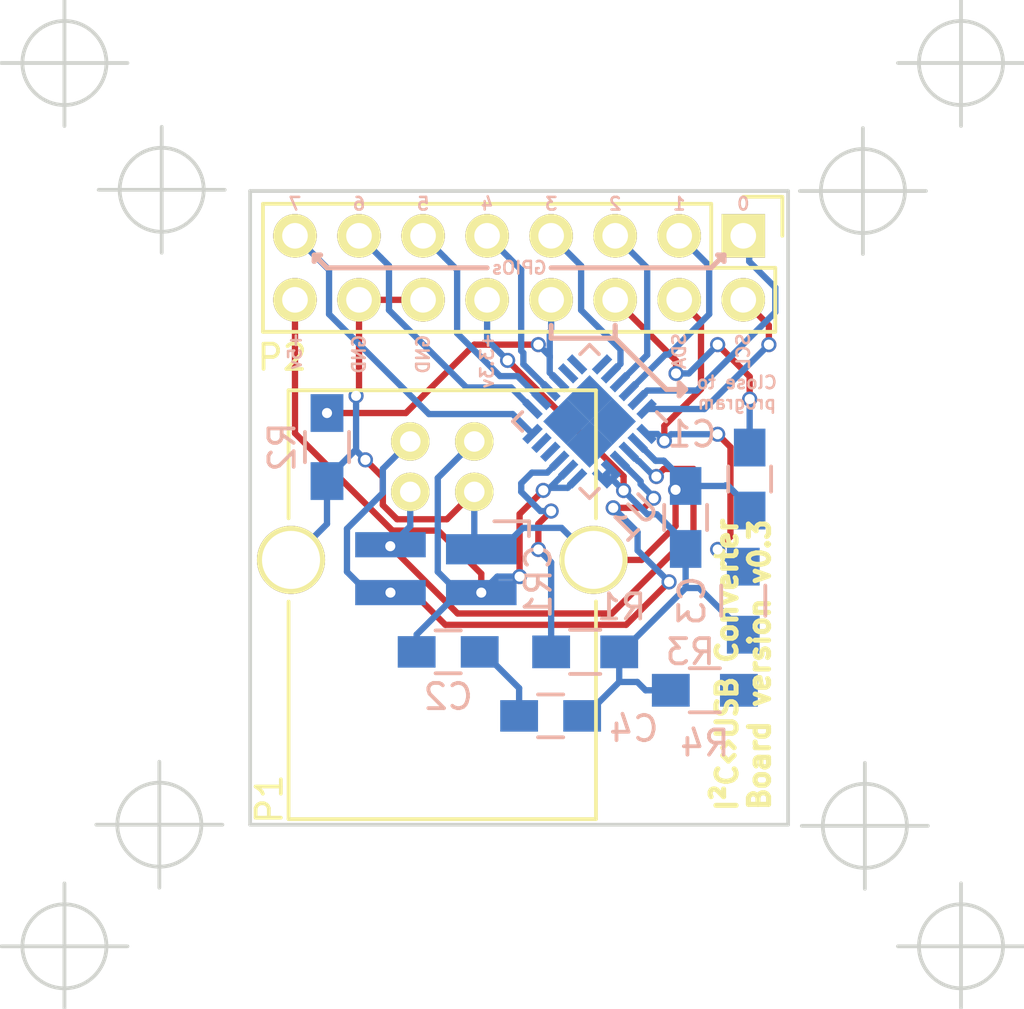
<source format=kicad_pcb>
(kicad_pcb (version 4) (host pcbnew 4.0.3-rc8-stable)

  (general
    (links 43)
    (no_connects 3)
    (area 140.386999 88.316999 161.873001 113.613001)
    (thickness 1.6)
    (drawings 52)
    (tracks 234)
    (zones 0)
    (modules 12)
    (nets 24)
  )

  (page A4)
  (layers
    (0 F.Cu signal)
    (31 B.Cu signal)
    (32 B.Adhes user)
    (33 F.Adhes user)
    (34 B.Paste user)
    (35 F.Paste user)
    (36 B.SilkS user)
    (37 F.SilkS user)
    (38 B.Mask user)
    (39 F.Mask user)
    (40 Dwgs.User user)
    (41 Cmts.User user)
    (42 Eco1.User user)
    (43 Eco2.User user)
    (44 Edge.Cuts user)
    (45 Margin user)
    (46 B.CrtYd user)
    (47 F.CrtYd user)
    (48 B.Fab user)
    (49 F.Fab user)
  )

  (setup
    (last_trace_width 0.25)
    (trace_clearance 0.2)
    (zone_clearance 0.508)
    (zone_45_only no)
    (trace_min 0.2)
    (segment_width 0.2)
    (edge_width 0.15)
    (via_size 0.6)
    (via_drill 0.4)
    (via_min_size 0.4)
    (via_min_drill 0.3)
    (uvia_size 0.3)
    (uvia_drill 0.1)
    (uvias_allowed no)
    (uvia_min_size 0.2)
    (uvia_min_drill 0.1)
    (pcb_text_width 0.3)
    (pcb_text_size 1.5 1.5)
    (mod_edge_width 0.15)
    (mod_text_size 1 1)
    (mod_text_width 0.15)
    (pad_size 1.524 1.524)
    (pad_drill 0.8128)
    (pad_to_mask_clearance 0.2)
    (aux_axis_origin 161.798 88.392)
    (grid_origin 145.796 84.836)
    (visible_elements FFFFFF7F)
    (pcbplotparams
      (layerselection 0x00030_80000001)
      (usegerberextensions false)
      (excludeedgelayer true)
      (linewidth 0.100000)
      (plotframeref false)
      (viasonmask false)
      (mode 1)
      (useauxorigin false)
      (hpglpennumber 1)
      (hpglpenspeed 20)
      (hpglpendiameter 15)
      (hpglpenoverlay 2)
      (psnegative false)
      (psa4output false)
      (plotreference true)
      (plotvalue true)
      (plotinvisibletext false)
      (padsonsilk false)
      (subtractmaskfromsilk false)
      (outputformat 1)
      (mirror false)
      (drillshape 0)
      (scaleselection 1)
      (outputdirectory ""))
  )

  (net 0 "")
  (net 1 GND)
  (net 2 "Net-(R1-Pad2)")
  (net 3 "Net-(U1-Pad10)")
  (net 4 "Net-(U1-Pad11)")
  (net 5 "Net-(U1-Pad17)")
  (net 6 "Net-(U1-Pad18)")
  (net 7 "Net-(U1-Pad19)")
  (net 8 /VCC)
  (net 9 /VDD)
  (net 10 /D-)
  (net 11 /D+)
  (net 12 /SDA)
  (net 13 /SCL)
  (net 14 /VPP)
  (net 15 /GPIO.0)
  (net 16 /GPIO.1)
  (net 17 /GPIO.2)
  (net 18 /GPIO.3)
  (net 19 /GPIO.4)
  (net 20 /GPIO.5)
  (net 21 /GPIO.6)
  (net 22 /GPIO.7)
  (net 23 "Net-(C1-Pad2)")

  (net_class Default "This is the default net class."
    (clearance 0.2)
    (trace_width 0.25)
    (via_dia 0.6)
    (via_drill 0.4)
    (uvia_dia 0.3)
    (uvia_drill 0.1)
    (add_net /D+)
    (add_net /D-)
    (add_net /GPIO.0)
    (add_net /GPIO.1)
    (add_net /GPIO.2)
    (add_net /GPIO.3)
    (add_net /GPIO.4)
    (add_net /GPIO.5)
    (add_net /GPIO.6)
    (add_net /GPIO.7)
    (add_net /SCL)
    (add_net /SDA)
    (add_net /VCC)
    (add_net /VDD)
    (add_net /VPP)
    (add_net GND)
    (add_net "Net-(C1-Pad2)")
    (add_net "Net-(R1-Pad2)")
    (add_net "Net-(U1-Pad10)")
    (add_net "Net-(U1-Pad11)")
    (add_net "Net-(U1-Pad17)")
    (add_net "Net-(U1-Pad18)")
    (add_net "Net-(U1-Pad19)")
  )

  (net_class Ground ""
    (clearance 0.2)
    (trace_width 0.5)
    (via_dia 0.6)
    (via_drill 0.4)
    (uvia_dia 0.3)
    (uvia_drill 0.1)
  )

  (net_class VCC ""
    (clearance 0.2)
    (trace_width 0.3)
    (via_dia 0.6)
    (via_drill 0.4)
    (uvia_dia 0.3)
    (uvia_drill 0.1)
  )

  (module Capacitors_SMD:C_0805_HandSoldering (layer B.Cu) (tedit 541A9B8D) (tstamp 578816F5)
    (at 160.274 99.822 90)
    (descr "Capacitor SMD 0805, hand soldering")
    (tags "capacitor 0805")
    (path /577FF027)
    (attr smd)
    (fp_text reference C1 (at 1.778 -2.286 180) (layer B.SilkS)
      (effects (font (size 1 1) (thickness 0.15)) (justify mirror))
    )
    (fp_text value 4.7µF (at 0 -2.1 90) (layer B.Fab)
      (effects (font (size 1 1) (thickness 0.15)) (justify mirror))
    )
    (fp_line (start -2.3 1) (end 2.3 1) (layer B.CrtYd) (width 0.05))
    (fp_line (start -2.3 -1) (end 2.3 -1) (layer B.CrtYd) (width 0.05))
    (fp_line (start -2.3 1) (end -2.3 -1) (layer B.CrtYd) (width 0.05))
    (fp_line (start 2.3 1) (end 2.3 -1) (layer B.CrtYd) (width 0.05))
    (fp_line (start 0.5 0.85) (end -0.5 0.85) (layer B.SilkS) (width 0.15))
    (fp_line (start -0.5 -0.85) (end 0.5 -0.85) (layer B.SilkS) (width 0.15))
    (pad 1 smd rect (at -1.25 0 90) (size 1.5 1.25) (layers B.Cu B.Paste B.Mask)
      (net 1 GND))
    (pad 2 smd rect (at 1.25 0 90) (size 1.5 1.25) (layers B.Cu B.Paste B.Mask)
      (net 23 "Net-(C1-Pad2)"))
    (model Capacitors_SMD.3dshapes/C_0805_HandSoldering.wrl
      (at (xyz 0 0 0))
      (scale (xyz 1 1 1))
      (rotate (xyz 0 0 0))
    )
  )

  (module Capacitors_SMD:C_0805_HandSoldering (layer B.Cu) (tedit 541A9B8D) (tstamp 57881701)
    (at 148.316 106.68)
    (descr "Capacitor SMD 0805, hand soldering")
    (tags "capacitor 0805")
    (path /577FF370)
    (attr smd)
    (fp_text reference C2 (at 0 1.778) (layer B.SilkS)
      (effects (font (size 1 1) (thickness 0.15)) (justify mirror))
    )
    (fp_text value 1µF (at 0 -2.1) (layer B.Fab)
      (effects (font (size 1 1) (thickness 0.15)) (justify mirror))
    )
    (fp_line (start -2.3 1) (end 2.3 1) (layer B.CrtYd) (width 0.05))
    (fp_line (start -2.3 -1) (end 2.3 -1) (layer B.CrtYd) (width 0.05))
    (fp_line (start -2.3 1) (end -2.3 -1) (layer B.CrtYd) (width 0.05))
    (fp_line (start 2.3 1) (end 2.3 -1) (layer B.CrtYd) (width 0.05))
    (fp_line (start 0.5 0.85) (end -0.5 0.85) (layer B.SilkS) (width 0.15))
    (fp_line (start -0.5 -0.85) (end 0.5 -0.85) (layer B.SilkS) (width 0.15))
    (pad 1 smd rect (at -1.25 0) (size 1.5 1.25) (layers B.Cu B.Paste B.Mask)
      (net 8 /VCC))
    (pad 2 smd rect (at 1.25 0) (size 1.5 1.25) (layers B.Cu B.Paste B.Mask)
      (net 1 GND))
    (model Capacitors_SMD.3dshapes/C_0805_HandSoldering.wrl
      (at (xyz 0 0 0))
      (scale (xyz 1 1 1))
      (rotate (xyz 0 0 0))
    )
  )

  (module Capacitors_SMD:C_0805_HandSoldering (layer B.Cu) (tedit 541A9B8D) (tstamp 5788170D)
    (at 157.734 101.346 90)
    (descr "Capacitor SMD 0805, hand soldering")
    (tags "capacitor 0805")
    (path /577FF5D8)
    (attr smd)
    (fp_text reference C3 (at -3.302 0.254 90) (layer B.SilkS)
      (effects (font (size 1 1) (thickness 0.15)) (justify mirror))
    )
    (fp_text value 1µF (at 0 -2.1 90) (layer B.Fab)
      (effects (font (size 1 1) (thickness 0.15)) (justify mirror))
    )
    (fp_line (start -2.3 1) (end 2.3 1) (layer B.CrtYd) (width 0.05))
    (fp_line (start -2.3 -1) (end 2.3 -1) (layer B.CrtYd) (width 0.05))
    (fp_line (start -2.3 1) (end -2.3 -1) (layer B.CrtYd) (width 0.05))
    (fp_line (start 2.3 1) (end 2.3 -1) (layer B.CrtYd) (width 0.05))
    (fp_line (start 0.5 0.85) (end -0.5 0.85) (layer B.SilkS) (width 0.15))
    (fp_line (start -0.5 -0.85) (end 0.5 -0.85) (layer B.SilkS) (width 0.15))
    (pad 1 smd rect (at -1.25 0 90) (size 1.5 1.25) (layers B.Cu B.Paste B.Mask)
      (net 9 /VDD))
    (pad 2 smd rect (at 1.25 0 90) (size 1.5 1.25) (layers B.Cu B.Paste B.Mask)
      (net 1 GND))
    (model Capacitors_SMD.3dshapes/C_0805_HandSoldering.wrl
      (at (xyz 0 0 0))
      (scale (xyz 1 1 1))
      (rotate (xyz 0 0 0))
    )
  )

  (module Capacitors_SMD:C_0805_HandSoldering (layer B.Cu) (tedit 541A9B8D) (tstamp 57881719)
    (at 152.38 109.22 180)
    (descr "Capacitor SMD 0805, hand soldering")
    (tags "capacitor 0805")
    (path /577FF55C)
    (attr smd)
    (fp_text reference C4 (at -3.302 -0.508 180) (layer B.SilkS)
      (effects (font (size 1 1) (thickness 0.15)) (justify mirror))
    )
    (fp_text value 0.1µF (at 0 -2.1 180) (layer B.Fab)
      (effects (font (size 1 1) (thickness 0.15)) (justify mirror))
    )
    (fp_line (start -2.3 1) (end 2.3 1) (layer B.CrtYd) (width 0.05))
    (fp_line (start -2.3 -1) (end 2.3 -1) (layer B.CrtYd) (width 0.05))
    (fp_line (start -2.3 1) (end -2.3 -1) (layer B.CrtYd) (width 0.05))
    (fp_line (start 2.3 1) (end 2.3 -1) (layer B.CrtYd) (width 0.05))
    (fp_line (start 0.5 0.85) (end -0.5 0.85) (layer B.SilkS) (width 0.15))
    (fp_line (start -0.5 -0.85) (end 0.5 -0.85) (layer B.SilkS) (width 0.15))
    (pad 1 smd rect (at -1.25 0 180) (size 1.5 1.25) (layers B.Cu B.Paste B.Mask)
      (net 9 /VDD))
    (pad 2 smd rect (at 1.25 0 180) (size 1.5 1.25) (layers B.Cu B.Paste B.Mask)
      (net 1 GND))
    (model Capacitors_SMD.3dshapes/C_0805_HandSoldering.wrl
      (at (xyz 0 0 0))
      (scale (xyz 1 1 1))
      (rotate (xyz 0 0 0))
    )
  )

  (module TO_SOT_Packages_SMD:SOT-143_Handsoldering (layer B.Cu) (tedit 54E9244B) (tstamp 57881723)
    (at 147.828 103.378 270)
    (descr "SOT-143, Handsoldering")
    (tags "SOT-143, Handsoldering")
    (path /5787ED15)
    (attr smd)
    (fp_text reference CR1 (at 0.508 -4.064 450) (layer B.SilkS)
      (effects (font (size 1 1) (thickness 0.15)) (justify mirror))
    )
    (fp_text value SP0503BAHTG (at -0.17018 -5.97916 270) (layer B.Fab)
      (effects (font (size 1 1) (thickness 0.15)) (justify mirror))
    )
    (fp_line (start -1.8796 -2.31902) (end -1.8796 -3.70078) (layer B.SilkS) (width 0.15))
    (fp_line (start -1.8796 -3.70078) (end -1.29032 -3.69062) (layer B.SilkS) (width 0.15))
    (pad 1 smd rect (at -0.76962 -1.80086 270) (size 1.19888 2.79908) (layers B.Cu B.Paste B.Mask)
      (net 1 GND))
    (pad 2 smd rect (at 0.94996 -1.80086 270) (size 1.00076 2.79908) (layers B.Cu B.Paste B.Mask)
      (net 8 /VCC))
    (pad 3 smd rect (at 0.94996 1.80086 270) (size 1.00076 2.79908) (layers B.Cu B.Paste B.Mask)
      (net 10 /D-))
    (pad 4 smd trapezoid (at -0.94996 1.80086 270) (size 1.00076 2.79908) (layers B.Cu B.Paste B.Mask)
      (net 11 /D+))
    (model TO_SOT_Packages_SMD.3dshapes/SOT-143_Handsoldering.wrl
      (at (xyz 0 0 0))
      (scale (xyz 1 1 1))
      (rotate (xyz 0 0 0))
    )
  )

  (module Connect:USB_B (layer F.Cu) (tedit 55B36073) (tstamp 57881737)
    (at 149.352 98.33102 270)
    (descr "USB B connector")
    (tags "USB_B USB_DEV")
    (path /577FF1A2)
    (fp_text reference P1 (at 14.19098 8.128 450) (layer F.SilkS)
      (effects (font (size 1 1) (thickness 0.15)))
    )
    (fp_text value USB_B (at 4.699 1.27 360) (layer F.Fab)
      (effects (font (size 1 1) (thickness 0.15)))
    )
    (fp_line (start 15.25 8.9) (end -2.3 8.9) (layer F.CrtYd) (width 0.05))
    (fp_line (start -2.3 8.9) (end -2.3 -6.35) (layer F.CrtYd) (width 0.05))
    (fp_line (start -2.3 -6.35) (end 15.25 -6.35) (layer F.CrtYd) (width 0.05))
    (fp_line (start 15.25 -6.35) (end 15.25 8.9) (layer F.CrtYd) (width 0.05))
    (fp_line (start 6.35 7.366) (end 14.986 7.366) (layer F.SilkS) (width 0.15))
    (fp_line (start -2.032 7.366) (end 3.048 7.366) (layer F.SilkS) (width 0.15))
    (fp_line (start 6.35 -4.826) (end 14.986 -4.826) (layer F.SilkS) (width 0.15))
    (fp_line (start -2.032 -4.826) (end 3.048 -4.826) (layer F.SilkS) (width 0.15))
    (fp_line (start 14.986 -4.826) (end 14.986 7.366) (layer F.SilkS) (width 0.15))
    (fp_line (start -2.032 7.366) (end -2.032 -4.826) (layer F.SilkS) (width 0.15))
    (pad 2 thru_hole circle (at 0 2.54 180) (size 1.524 1.524) (drill 0.8128) (layers *.Cu *.Mask F.SilkS)
      (net 10 /D-))
    (pad 1 thru_hole circle (at 0 0 180) (size 1.524 1.524) (drill 0.8128) (layers *.Cu *.Mask F.SilkS)
      (net 8 /VCC))
    (pad 4 thru_hole circle (at 1.99898 0 180) (size 1.524 1.524) (drill 0.8128) (layers *.Cu *.Mask F.SilkS)
      (net 1 GND))
    (pad 3 thru_hole circle (at 1.99898 2.54 180) (size 1.524 1.524) (drill 0.8128) (layers *.Cu *.Mask F.SilkS)
      (net 11 /D+))
    (pad 5 thru_hole circle (at 4.699 7.26948 180) (size 2.70002 2.70002) (drill 2.30124) (layers *.Cu *.Mask F.SilkS)
      (net 1 GND))
    (pad 5 thru_hole circle (at 4.699 -4.72948 180) (size 2.70002 2.70002) (drill 2.30124) (layers *.Cu *.Mask F.SilkS)
      (net 1 GND))
    (model Connect.3dshapes/USB_B.wrl
      (at (xyz 0.185 -0.05 0.001))
      (scale (xyz 0.3937 0.3937 0.3937))
      (rotate (xyz 0 0 -90))
    )
  )

  (module Pin_Headers:Pin_Header_Straight_2x08 (layer F.Cu) (tedit 0) (tstamp 57881757)
    (at 160.02 90.17 270)
    (descr "Through hole pin header")
    (tags "pin header")
    (path /57881476)
    (fp_text reference P2 (at 4.826 18.288 360) (layer F.SilkS)
      (effects (font (size 1 1) (thickness 0.15)))
    )
    (fp_text value HEADER (at 0 -3.1 270) (layer F.Fab)
      (effects (font (size 1 1) (thickness 0.15)))
    )
    (fp_line (start -1.75 -1.75) (end -1.75 19.55) (layer F.CrtYd) (width 0.05))
    (fp_line (start 4.3 -1.75) (end 4.3 19.55) (layer F.CrtYd) (width 0.05))
    (fp_line (start -1.75 -1.75) (end 4.3 -1.75) (layer F.CrtYd) (width 0.05))
    (fp_line (start -1.75 19.55) (end 4.3 19.55) (layer F.CrtYd) (width 0.05))
    (fp_line (start 3.81 19.05) (end 3.81 -1.27) (layer F.SilkS) (width 0.15))
    (fp_line (start -1.27 1.27) (end -1.27 19.05) (layer F.SilkS) (width 0.15))
    (fp_line (start 3.81 19.05) (end -1.27 19.05) (layer F.SilkS) (width 0.15))
    (fp_line (start 3.81 -1.27) (end 1.27 -1.27) (layer F.SilkS) (width 0.15))
    (fp_line (start 0 -1.55) (end -1.55 -1.55) (layer F.SilkS) (width 0.15))
    (fp_line (start 1.27 -1.27) (end 1.27 1.27) (layer F.SilkS) (width 0.15))
    (fp_line (start 1.27 1.27) (end -1.27 1.27) (layer F.SilkS) (width 0.15))
    (fp_line (start -1.55 -1.55) (end -1.55 0) (layer F.SilkS) (width 0.15))
    (pad 1 thru_hole rect (at 0 0 270) (size 1.7272 1.7272) (drill 1.016) (layers *.Cu *.Mask F.SilkS)
      (net 15 /GPIO.0))
    (pad 2 thru_hole oval (at 2.54 0 270) (size 1.7272 1.7272) (drill 1.016) (layers *.Cu *.Mask F.SilkS)
      (net 13 /SCL))
    (pad 3 thru_hole oval (at 0 2.54 270) (size 1.7272 1.7272) (drill 1.016) (layers *.Cu *.Mask F.SilkS)
      (net 16 /GPIO.1))
    (pad 4 thru_hole oval (at 2.54 2.54 270) (size 1.7272 1.7272) (drill 1.016) (layers *.Cu *.Mask F.SilkS)
      (net 12 /SDA))
    (pad 5 thru_hole oval (at 0 5.08 270) (size 1.7272 1.7272) (drill 1.016) (layers *.Cu *.Mask F.SilkS)
      (net 17 /GPIO.2))
    (pad 6 thru_hole oval (at 2.54 5.08 270) (size 1.7272 1.7272) (drill 1.016) (layers *.Cu *.Mask F.SilkS)
      (net 23 "Net-(C1-Pad2)"))
    (pad 7 thru_hole oval (at 0 7.62 270) (size 1.7272 1.7272) (drill 1.016) (layers *.Cu *.Mask F.SilkS)
      (net 18 /GPIO.3))
    (pad 8 thru_hole oval (at 2.54 7.62 270) (size 1.7272 1.7272) (drill 1.016) (layers *.Cu *.Mask F.SilkS)
      (net 14 /VPP))
    (pad 9 thru_hole oval (at 0 10.16 270) (size 1.7272 1.7272) (drill 1.016) (layers *.Cu *.Mask F.SilkS)
      (net 19 /GPIO.4))
    (pad 10 thru_hole oval (at 2.54 10.16 270) (size 1.7272 1.7272) (drill 1.016) (layers *.Cu *.Mask F.SilkS)
      (net 9 /VDD))
    (pad 11 thru_hole oval (at 0 12.7 270) (size 1.7272 1.7272) (drill 1.016) (layers *.Cu *.Mask F.SilkS)
      (net 20 /GPIO.5))
    (pad 12 thru_hole oval (at 2.54 12.7 270) (size 1.7272 1.7272) (drill 1.016) (layers *.Cu *.Mask F.SilkS)
      (net 1 GND))
    (pad 13 thru_hole oval (at 0 15.24 270) (size 1.7272 1.7272) (drill 1.016) (layers *.Cu *.Mask F.SilkS)
      (net 21 /GPIO.6))
    (pad 14 thru_hole oval (at 2.54 15.24 270) (size 1.7272 1.7272) (drill 1.016) (layers *.Cu *.Mask F.SilkS)
      (net 1 GND))
    (pad 15 thru_hole oval (at 0 17.78 270) (size 1.7272 1.7272) (drill 1.016) (layers *.Cu *.Mask F.SilkS)
      (net 22 /GPIO.7))
    (pad 16 thru_hole oval (at 2.54 17.78 270) (size 1.7272 1.7272) (drill 1.016) (layers *.Cu *.Mask F.SilkS)
      (net 8 /VCC))
    (model Pin_Headers.3dshapes/Pin_Header_Straight_2x08.wrl
      (at (xyz 0.05 -0.35 0))
      (scale (xyz 1 1 1))
      (rotate (xyz 0 0 90))
    )
  )

  (module Resistors_SMD:R_0805_HandSoldering (layer B.Cu) (tedit 54189DEE) (tstamp 57881763)
    (at 153.75 106.68 180)
    (descr "Resistor SMD 0805, hand soldering")
    (tags "resistor 0805")
    (path /5786B1D6)
    (attr smd)
    (fp_text reference R1 (at -1.444 1.778 180) (layer B.SilkS)
      (effects (font (size 1 1) (thickness 0.15)) (justify mirror))
    )
    (fp_text value 4.7kΩ (at 0 -2.1 180) (layer B.Fab)
      (effects (font (size 1 1) (thickness 0.15)) (justify mirror))
    )
    (fp_line (start -2.4 1) (end 2.4 1) (layer B.CrtYd) (width 0.05))
    (fp_line (start -2.4 -1) (end 2.4 -1) (layer B.CrtYd) (width 0.05))
    (fp_line (start -2.4 1) (end -2.4 -1) (layer B.CrtYd) (width 0.05))
    (fp_line (start 2.4 1) (end 2.4 -1) (layer B.CrtYd) (width 0.05))
    (fp_line (start 0.6 -0.875) (end -0.6 -0.875) (layer B.SilkS) (width 0.15))
    (fp_line (start -0.6 0.875) (end 0.6 0.875) (layer B.SilkS) (width 0.15))
    (pad 1 smd rect (at -1.35 0 180) (size 1.5 1.3) (layers B.Cu B.Paste B.Mask)
      (net 9 /VDD))
    (pad 2 smd rect (at 1.35 0 180) (size 1.5 1.3) (layers B.Cu B.Paste B.Mask)
      (net 2 "Net-(R1-Pad2)"))
    (model Resistors_SMD.3dshapes/R_0805_HandSoldering.wrl
      (at (xyz 0 0 0))
      (scale (xyz 1 1 1))
      (rotate (xyz 0 0 0))
    )
  )

  (module Resistors_SMD:R_0805_HandSoldering (layer B.Cu) (tedit 54189DEE) (tstamp 5788176F)
    (at 143.51 98.552 270)
    (descr "Resistor SMD 0805, hand soldering")
    (tags "resistor 0805")
    (path /5786AD57)
    (attr smd)
    (fp_text reference R2 (at 0 1.778 270) (layer B.SilkS)
      (effects (font (size 1 1) (thickness 0.15)) (justify mirror))
    )
    (fp_text value 10kΩ (at 0 -2.1 270) (layer B.Fab)
      (effects (font (size 1 1) (thickness 0.15)) (justify mirror))
    )
    (fp_line (start -2.4 1) (end 2.4 1) (layer B.CrtYd) (width 0.05))
    (fp_line (start -2.4 -1) (end 2.4 -1) (layer B.CrtYd) (width 0.05))
    (fp_line (start -2.4 1) (end -2.4 -1) (layer B.CrtYd) (width 0.05))
    (fp_line (start 2.4 1) (end 2.4 -1) (layer B.CrtYd) (width 0.05))
    (fp_line (start 0.6 -0.875) (end -0.6 -0.875) (layer B.SilkS) (width 0.15))
    (fp_line (start -0.6 0.875) (end 0.6 0.875) (layer B.SilkS) (width 0.15))
    (pad 1 smd rect (at -1.35 0 270) (size 1.5 1.3) (layers B.Cu B.Paste B.Mask)
      (net 14 /VPP))
    (pad 2 smd rect (at 1.35 0 270) (size 1.5 1.3) (layers B.Cu B.Paste B.Mask)
      (net 1 GND))
    (model Resistors_SMD.3dshapes/R_0805_HandSoldering.wrl
      (at (xyz 0 0 0))
      (scale (xyz 1 1 1))
      (rotate (xyz 0 0 0))
    )
  )

  (module Housings_DFN_QFN:QFN-24-1EP_4x4mm_Pitch0.5mm (layer B.Cu) (tedit 54130A77) (tstamp 5788179A)
    (at 153.924 97.536 135)
    (descr "24-Lead Plastic Quad Flat, No Lead Package (MJ) - 4x4x0.9 mm Body [QFN]; (see Microchip Packaging Specification 00000049BS.pdf)")
    (tags "QFN 0.5")
    (path /577FEF9C)
    (attr smd)
    (fp_text reference U1 (at -3.951313 -1.436841 225) (layer B.SilkS)
      (effects (font (size 1 1) (thickness 0.15)) (justify mirror))
    )
    (fp_text value CP2112 (at 0 -3.374999 135) (layer B.Fab)
      (effects (font (size 1 1) (thickness 0.15)) (justify mirror))
    )
    (fp_line (start -2.65 2.65) (end -2.65 -2.65) (layer B.CrtYd) (width 0.05))
    (fp_line (start 2.65 2.65) (end 2.65 -2.65) (layer B.CrtYd) (width 0.05))
    (fp_line (start -2.65 2.65) (end 2.65 2.65) (layer B.CrtYd) (width 0.05))
    (fp_line (start -2.65 -2.65) (end 2.65 -2.65) (layer B.CrtYd) (width 0.05))
    (fp_line (start 2.15 2.15) (end 2.15 1.625) (layer B.SilkS) (width 0.15))
    (fp_line (start -2.15 -2.15) (end -2.15 -1.625) (layer B.SilkS) (width 0.15))
    (fp_line (start 2.15 -2.15) (end 2.15 -1.625) (layer B.SilkS) (width 0.15))
    (fp_line (start -2.15 2.15) (end -1.625 2.15) (layer B.SilkS) (width 0.15))
    (fp_line (start -2.15 -2.15) (end -1.625 -2.15) (layer B.SilkS) (width 0.15))
    (fp_line (start 2.15 -2.15) (end 1.625 -2.15) (layer B.SilkS) (width 0.15))
    (fp_line (start 2.15 2.15) (end 1.625 2.15) (layer B.SilkS) (width 0.15))
    (pad 1 smd rect (at -1.95 1.25 135) (size 0.85 0.3) (layers B.Cu B.Paste B.Mask)
      (net 12 /SDA))
    (pad 2 smd rect (at -1.95 0.75 135) (size 0.85 0.3) (layers B.Cu B.Paste B.Mask)
      (net 1 GND))
    (pad 3 smd rect (at -1.95 0.25 135) (size 0.85 0.3) (layers B.Cu B.Paste B.Mask)
      (net 11 /D+))
    (pad 4 smd rect (at -1.95 -0.25 135) (size 0.85 0.3) (layers B.Cu B.Paste B.Mask)
      (net 10 /D-))
    (pad 5 smd rect (at -1.95 -0.75 135) (size 0.85 0.3) (layers B.Cu B.Paste B.Mask)
      (net 9 /VDD))
    (pad 6 smd rect (at -1.95 -1.25 135) (size 0.85 0.3) (layers B.Cu B.Paste B.Mask)
      (net 9 /VDD))
    (pad 7 smd rect (at -1.25 -1.95 45) (size 0.85 0.3) (layers B.Cu B.Paste B.Mask)
      (net 8 /VCC))
    (pad 8 smd rect (at -0.75 -1.95 45) (size 0.85 0.3) (layers B.Cu B.Paste B.Mask)
      (net 8 /VCC))
    (pad 9 smd rect (at -0.25 -1.95 45) (size 0.85 0.3) (layers B.Cu B.Paste B.Mask)
      (net 2 "Net-(R1-Pad2)"))
    (pad 10 smd rect (at 0.25 -1.95 45) (size 0.85 0.3) (layers B.Cu B.Paste B.Mask)
      (net 3 "Net-(U1-Pad10)"))
    (pad 11 smd rect (at 0.75 -1.95 45) (size 0.85 0.3) (layers B.Cu B.Paste B.Mask)
      (net 4 "Net-(U1-Pad11)"))
    (pad 12 smd rect (at 1.25 -1.95 45) (size 0.85 0.3) (layers B.Cu B.Paste B.Mask)
      (net 22 /GPIO.7))
    (pad 13 smd rect (at 1.95 -1.25 135) (size 0.85 0.3) (layers B.Cu B.Paste B.Mask)
      (net 21 /GPIO.6))
    (pad 14 smd rect (at 1.95 -0.75 135) (size 0.85 0.3) (layers B.Cu B.Paste B.Mask)
      (net 20 /GPIO.5))
    (pad 15 smd rect (at 1.95 -0.25 135) (size 0.85 0.3) (layers B.Cu B.Paste B.Mask)
      (net 19 /GPIO.4))
    (pad 16 smd rect (at 1.95 0.25 135) (size 0.85 0.3) (layers B.Cu B.Paste B.Mask)
      (net 14 /VPP))
    (pad 17 smd rect (at 1.95 0.75 135) (size 0.85 0.3) (layers B.Cu B.Paste B.Mask)
      (net 5 "Net-(U1-Pad17)"))
    (pad 18 smd rect (at 1.95 1.25 135) (size 0.85 0.3) (layers B.Cu B.Paste B.Mask)
      (net 6 "Net-(U1-Pad18)"))
    (pad 19 smd rect (at 1.25 1.95 45) (size 0.85 0.3) (layers B.Cu B.Paste B.Mask)
      (net 7 "Net-(U1-Pad19)"))
    (pad 20 smd rect (at 0.75 1.95 45) (size 0.85 0.3) (layers B.Cu B.Paste B.Mask)
      (net 18 /GPIO.3))
    (pad 21 smd rect (at 0.25 1.95 45) (size 0.85 0.3) (layers B.Cu B.Paste B.Mask)
      (net 17 /GPIO.2))
    (pad 22 smd rect (at -0.25 1.95 45) (size 0.85 0.3) (layers B.Cu B.Paste B.Mask)
      (net 16 /GPIO.1))
    (pad 23 smd rect (at -0.75 1.95 45) (size 0.85 0.3) (layers B.Cu B.Paste B.Mask)
      (net 15 /GPIO.0))
    (pad 24 smd rect (at -1.25 1.95 45) (size 0.85 0.3) (layers B.Cu B.Paste B.Mask)
      (net 13 /SCL))
    (pad 25 smd rect (at 0.65 -0.65 135) (size 1.3 1.3) (layers B.Cu B.Paste B.Mask)
      (solder_paste_margin_ratio -0.2))
    (pad 25 smd rect (at 0.65 0.65 135) (size 1.3 1.3) (layers B.Cu B.Paste B.Mask)
      (solder_paste_margin_ratio -0.2))
    (pad 25 smd rect (at -0.65 -0.65 135) (size 1.3 1.3) (layers B.Cu B.Paste B.Mask)
      (solder_paste_margin_ratio -0.2))
    (pad 25 smd rect (at -0.65 0.65 135) (size 1.3 1.3) (layers B.Cu B.Paste B.Mask)
      (solder_paste_margin_ratio -0.2))
    (model Housings_DFN_QFN.3dshapes/QFN-24-1EP_4x4mm_Pitch0.5mm.wrl
      (at (xyz 0 0 0))
      (scale (xyz 1 1 1))
      (rotate (xyz 0 0 0))
    )
  )

  (module Resistors_SMD:R_0805_HandSoldering (layer B.Cu) (tedit 54189DEE) (tstamp 578BD2DE)
    (at 160.02 104.648 270)
    (descr "Resistor SMD 0805, hand soldering")
    (tags "resistor 0805")
    (path /578BD3C3)
    (attr smd)
    (fp_text reference R3 (at 2.032 2.1 360) (layer B.SilkS)
      (effects (font (size 1 1) (thickness 0.15)) (justify mirror))
    )
    (fp_text value 4.7kΩ (at 0 -2.1 270) (layer B.Fab)
      (effects (font (size 1 1) (thickness 0.15)) (justify mirror))
    )
    (fp_line (start -2.4 1) (end 2.4 1) (layer B.CrtYd) (width 0.05))
    (fp_line (start -2.4 -1) (end 2.4 -1) (layer B.CrtYd) (width 0.05))
    (fp_line (start -2.4 1) (end -2.4 -1) (layer B.CrtYd) (width 0.05))
    (fp_line (start 2.4 1) (end 2.4 -1) (layer B.CrtYd) (width 0.05))
    (fp_line (start 0.6 -0.875) (end -0.6 -0.875) (layer B.SilkS) (width 0.15))
    (fp_line (start -0.6 0.875) (end 0.6 0.875) (layer B.SilkS) (width 0.15))
    (pad 1 smd rect (at -1.35 0 270) (size 1.5 1.3) (layers B.Cu B.Paste B.Mask)
      (net 12 /SDA))
    (pad 2 smd rect (at 1.35 0 270) (size 1.5 1.3) (layers B.Cu B.Paste B.Mask)
      (net 9 /VDD))
    (model Resistors_SMD.3dshapes/R_0805_HandSoldering.wrl
      (at (xyz 0 0 0))
      (scale (xyz 1 1 1))
      (rotate (xyz 0 0 0))
    )
  )

  (module Resistors_SMD:R_0805_HandSoldering (layer B.Cu) (tedit 54189DEE) (tstamp 578BD2E4)
    (at 158.496 108.204)
    (descr "Resistor SMD 0805, hand soldering")
    (tags "resistor 0805")
    (path /578BD427)
    (attr smd)
    (fp_text reference R4 (at 0 2.1) (layer B.SilkS)
      (effects (font (size 1 1) (thickness 0.15)) (justify mirror))
    )
    (fp_text value 4.7kΩ (at 0 -2.1) (layer B.Fab)
      (effects (font (size 1 1) (thickness 0.15)) (justify mirror))
    )
    (fp_line (start -2.4 1) (end 2.4 1) (layer B.CrtYd) (width 0.05))
    (fp_line (start -2.4 -1) (end 2.4 -1) (layer B.CrtYd) (width 0.05))
    (fp_line (start -2.4 1) (end -2.4 -1) (layer B.CrtYd) (width 0.05))
    (fp_line (start 2.4 1) (end 2.4 -1) (layer B.CrtYd) (width 0.05))
    (fp_line (start 0.6 -0.875) (end -0.6 -0.875) (layer B.SilkS) (width 0.15))
    (fp_line (start -0.6 0.875) (end 0.6 0.875) (layer B.SilkS) (width 0.15))
    (pad 1 smd rect (at -1.35 0) (size 1.5 1.3) (layers B.Cu B.Paste B.Mask)
      (net 9 /VDD))
    (pad 2 smd rect (at 1.35 0) (size 1.5 1.3) (layers B.Cu B.Paste B.Mask)
      (net 13 /SCL))
    (model Resistors_SMD.3dshapes/R_0805_HandSoldering.wrl
      (at (xyz 0 0 0))
      (scale (xyz 1 1 1))
      (rotate (xyz 0 0 0))
    )
  )

  (target plus (at 133.096 118.364) (size 5) (width 0.15) (layer Edge.Cuts) (tstamp 5789EE8B))
  (target plus (at 133.096 83.312) (size 5) (width 0.15) (layer Edge.Cuts) (tstamp 5789EE80))
  (target plus (at 168.656 83.312) (size 5) (width 0.15) (layer Edge.Cuts) (tstamp 5789EE67))
  (target plus (at 168.656 118.364) (size 5) (width 0.15) (layer Edge.Cuts))
  (target plus (at 136.860637 113.538) (size 5) (width 0.15) (layer Edge.Cuts) (tstamp 578877BE))
  (target plus (at 164.842669 113.58335) (size 5) (width 0.15) (layer Edge.Cuts) (tstamp 578877B8))
  (target plus (at 164.765438 88.392) (size 5) (width 0.15) (layer Edge.Cuts) (tstamp 578877B3))
  (target plus (at 136.953473 88.343574) (size 5) (width 0.15) (layer Edge.Cuts))
  (dimension 21.336 (width 0.3) (layer Dwgs.User)
    (gr_text "0.8400 in" (at 151.13 85.01) (layer Dwgs.User)
      (effects (font (size 1.5 1.5) (thickness 0.3)))
    )
    (feature1 (pts (xy 161.798 88.392) (xy 161.798 83.66)))
    (feature2 (pts (xy 140.462 88.392) (xy 140.462 83.66)))
    (crossbar (pts (xy 140.462 86.36) (xy 161.798 86.36)))
    (arrow1a (pts (xy 161.798 86.36) (xy 160.671496 86.946421)))
    (arrow1b (pts (xy 161.798 86.36) (xy 160.671496 85.773579)))
    (arrow2a (pts (xy 140.462 86.36) (xy 141.588504 86.946421)))
    (arrow2b (pts (xy 140.462 86.36) (xy 141.588504 85.773579)))
  )
  (dimension 25.146 (width 0.3) (layer Dwgs.User)
    (gr_text "0.9900 in" (at 136.826 100.965 90) (layer Dwgs.User)
      (effects (font (size 1.5 1.5) (thickness 0.3)))
    )
    (feature1 (pts (xy 140.462 88.392) (xy 135.476 88.392)))
    (feature2 (pts (xy 140.462 113.538) (xy 135.476 113.538)))
    (crossbar (pts (xy 138.176 113.538) (xy 138.176 88.392)))
    (arrow1a (pts (xy 138.176 88.392) (xy 138.762421 89.518504)))
    (arrow1b (pts (xy 138.176 88.392) (xy 137.589579 89.518504)))
    (arrow2a (pts (xy 138.176 113.538) (xy 138.762421 112.411496)))
    (arrow2b (pts (xy 138.176 113.538) (xy 137.589579 112.411496)))
  )
  (dimension 25.146 (width 0.3) (layer Dwgs.User)
    (gr_text "25.146 mm" (at 164.926 100.965 270) (layer Dwgs.User)
      (effects (font (size 1.5 1.5) (thickness 0.3)))
    )
    (feature1 (pts (xy 161.798 113.538) (xy 166.276 113.538)))
    (feature2 (pts (xy 161.798 88.392) (xy 166.276 88.392)))
    (crossbar (pts (xy 163.576 88.392) (xy 163.576 113.538)))
    (arrow1a (pts (xy 163.576 113.538) (xy 162.989579 112.411496)))
    (arrow1b (pts (xy 163.576 113.538) (xy 164.162421 112.411496)))
    (arrow2a (pts (xy 163.576 88.392) (xy 162.989579 89.518504)))
    (arrow2b (pts (xy 163.576 88.392) (xy 164.162421 89.518504)))
  )
  (dimension 21.336 (width 0.3) (layer Dwgs.User)
    (gr_text "21.336 mm" (at 151.13 116.666) (layer Dwgs.User)
      (effects (font (size 1.5 1.5) (thickness 0.3)))
    )
    (feature1 (pts (xy 161.798 113.538) (xy 161.798 118.016)))
    (feature2 (pts (xy 140.462 113.538) (xy 140.462 118.016)))
    (crossbar (pts (xy 140.462 115.316) (xy 161.798 115.316)))
    (arrow1a (pts (xy 161.798 115.316) (xy 160.671496 115.902421)))
    (arrow1b (pts (xy 161.798 115.316) (xy 160.671496 114.729579)))
    (arrow2a (pts (xy 140.462 115.316) (xy 141.588504 115.902421)))
    (arrow2b (pts (xy 140.462 115.316) (xy 141.588504 114.729579)))
  )
  (gr_text "I²C‹›USB Converter\nBoard version v0.3" (at 160.02 107.188 90) (layer F.SilkS)
    (effects (font (size 0.8 0.8) (thickness 0.2)))
  )
  (gr_line (start 143.256 90.932) (end 143.002 90.932) (layer B.SilkS) (width 0.2))
  (gr_line (start 143.002 91.186) (end 143.256 90.932) (layer B.SilkS) (width 0.2))
  (gr_line (start 143.002 90.932) (end 143.002 91.186) (layer B.SilkS) (width 0.2))
  (gr_line (start 159.258 91.186) (end 159.258 90.932) (layer B.SilkS) (width 0.2))
  (gr_line (start 159.004 90.932) (end 159.258 91.186) (layer B.SilkS) (width 0.2))
  (gr_line (start 159.258 90.932) (end 159.004 90.932) (layer B.SilkS) (width 0.2))
  (gr_line (start 158.75 91.44) (end 159.258 90.932) (layer B.SilkS) (width 0.2))
  (gr_line (start 152.4 91.44) (end 158.75 91.44) (layer B.SilkS) (width 0.2))
  (gr_line (start 143.51 91.44) (end 149.86 91.44) (layer B.SilkS) (width 0.2))
  (gr_line (start 143.002 90.932) (end 143.51 91.44) (layer B.SilkS) (width 0.2))
  (gr_text GPIOs (at 151.13 91.44) (layer B.SilkS)
    (effects (font (size 0.5 0.5) (thickness 0.1)) (justify mirror))
  )
  (gr_text 0 (at 160.02 88.9) (layer B.SilkS)
    (effects (font (size 0.5 0.5) (thickness 0.1)) (justify mirror))
  )
  (gr_text 1 (at 157.48 88.9) (layer B.SilkS)
    (effects (font (size 0.5 0.5) (thickness 0.1)) (justify mirror))
  )
  (gr_text 2 (at 154.94 88.9) (layer B.SilkS)
    (effects (font (size 0.5 0.5) (thickness 0.1)) (justify mirror))
  )
  (gr_text 3 (at 152.4 88.9) (layer B.SilkS)
    (effects (font (size 0.5 0.5) (thickness 0.1)) (justify mirror))
  )
  (gr_text 4 (at 149.86 88.9) (layer B.SilkS)
    (effects (font (size 0.5 0.5) (thickness 0.1)) (justify mirror))
  )
  (gr_text 5 (at 147.32 88.9) (layer B.SilkS)
    (effects (font (size 0.5 0.5) (thickness 0.1)) (justify mirror))
  )
  (gr_text 6 (at 144.78 88.9) (layer B.SilkS)
    (effects (font (size 0.5 0.5) (thickness 0.1)) (justify mirror))
  )
  (gr_text 7 (at 142.24 88.9) (layer B.SilkS)
    (effects (font (size 0.5 0.5) (thickness 0.1)) (justify mirror))
  )
  (gr_line (start 152.4 94.234) (end 152.4 93.726) (layer B.SilkS) (width 0.2))
  (gr_line (start 154.94 94.234) (end 152.4 94.234) (layer B.SilkS) (width 0.2))
  (gr_line (start 154.94 93.726) (end 154.94 94.234) (layer B.SilkS) (width 0.2))
  (gr_line (start 154.94 94.234) (end 154.94 93.726) (layer B.SilkS) (width 0.2))
  (gr_text +5v (at 142.24 94.742 90) (layer B.SilkS)
    (effects (font (size 0.5 0.5) (thickness 0.1)) (justify mirror))
  )
  (gr_text GND (at 144.78 94.869 90) (layer B.SilkS)
    (effects (font (size 0.5 0.5) (thickness 0.1)) (justify mirror))
  )
  (gr_text +3.3v (at 149.86 95.123 90) (layer B.SilkS)
    (effects (font (size 0.5 0.5) (thickness 0.1)) (justify mirror))
  )
  (gr_text GND (at 147.32 94.869 90) (layer B.SilkS)
    (effects (font (size 0.5 0.5) (thickness 0.1)) (justify mirror))
  )
  (gr_text "Close to\nprogram" (at 159.766 96.393) (layer B.SilkS)
    (effects (font (size 0.5 0.5) (thickness 0.1)) (justify mirror))
  )
  (gr_line (start 157.734 96.266) (end 157.48 96.012) (layer B.SilkS) (width 0.2))
  (gr_line (start 157.48 96.52) (end 157.734 96.266) (layer B.SilkS) (width 0.2))
  (gr_line (start 157.48 96.012) (end 157.48 96.52) (layer B.SilkS) (width 0.2))
  (gr_line (start 156.972 96.266) (end 157.734 96.266) (layer B.SilkS) (width 0.2))
  (gr_line (start 154.94 94.234) (end 156.972 96.266) (layer B.SilkS) (width 0.2))
  (gr_text SDA (at 157.48 94.742 90) (layer B.SilkS)
    (effects (font (size 0.5 0.5) (thickness 0.1)) (justify mirror))
  )
  (gr_text SCL (at 160.02 94.742 90) (layer B.SilkS)
    (effects (font (size 0.5 0.5) (thickness 0.1)) (justify mirror))
  )
  (gr_line (start 140.462 113.538) (end 140.462 88.392) (layer Edge.Cuts) (width 0.15))
  (gr_line (start 161.798 113.538) (end 140.462 113.538) (layer Edge.Cuts) (width 0.15))
  (gr_line (start 161.798 88.392) (end 161.798 113.538) (layer Edge.Cuts) (width 0.15))
  (gr_line (start 140.462 88.392) (end 161.798 88.392) (layer Edge.Cuts) (width 0.15))

  (segment (start 143.51 99.902) (end 143.51 99.802) (width 0.25) (layer B.Cu) (net 1) (status 30))
  (segment (start 143.51 99.802) (end 144.642972 98.669028) (width 0.25) (layer B.Cu) (net 1) (status 10))
  (segment (start 144.642972 98.669028) (end 144.662972 98.669028) (width 0.25) (layer B.Cu) (net 1))
  (segment (start 145.034 99.06) (end 144.653 98.679) (width 0.25) (layer B.Cu) (net 1))
  (segment (start 144.653 98.679) (end 144.662972 98.669028) (width 0.25) (layer B.Cu) (net 1))
  (segment (start 144.662972 98.669028) (end 144.662972 96.520009) (width 0.25) (layer B.Cu) (net 1))
  (segment (start 144.78 92.71) (end 147.32 92.71) (width 0.25) (layer F.Cu) (net 1) (status 30))
  (segment (start 144.78 96.402981) (end 144.662972 96.520009) (width 0.25) (layer F.Cu) (net 1))
  (segment (start 144.78 92.71) (end 144.78 96.402981) (width 0.25) (layer F.Cu) (net 1) (status 10))
  (via (at 144.662972 96.520009) (size 0.6) (drill 0.4) (layers F.Cu B.Cu) (net 1))
  (segment (start 151.2784 101.75894) (end 152.8104 101.75894) (width 0.25) (layer B.Cu) (net 1))
  (segment (start 150.42896 102.60838) (end 151.2784 101.75894) (width 0.25) (layer B.Cu) (net 1) (status 10))
  (segment (start 152.8104 101.75894) (end 154.08148 103.03002) (width 0.25) (layer B.Cu) (net 1) (status 20))
  (segment (start 149.62886 102.60838) (end 150.42896 102.60838) (width 0.25) (layer B.Cu) (net 1) (status 30))
  (segment (start 156.872526 99.096) (end 157.335195 99.558669) (width 0.25) (layer B.Cu) (net 1) (status 20))
  (segment (start 156.54466 99.096) (end 156.872526 99.096) (width 0.25) (layer B.Cu) (net 1))
  (segment (start 157.335195 99.558669) (end 157.335195 99.824092) (width 0.25) (layer B.Cu) (net 1) (status 30))
  (segment (start 157.335195 99.824092) (end 157.335195 100.248356) (width 0.25) (layer B.Cu) (net 1) (status 30))
  (segment (start 154.08148 103.03002) (end 155.990682 103.03002) (width 0.25) (layer F.Cu) (net 1) (status 10))
  (via (at 157.335195 100.248356) (size 0.6) (drill 0.4) (layers F.Cu B.Cu) (net 1) (status 30))
  (segment (start 155.990682 103.03002) (end 157.335195 101.685507) (width 0.25) (layer F.Cu) (net 1))
  (segment (start 157.335195 101.685507) (end 157.335195 100.248356) (width 0.25) (layer F.Cu) (net 1))
  (segment (start 156.859 99.096) (end 156.54466 99.096) (width 0.25) (layer B.Cu) (net 1))
  (segment (start 157.734 99.971) (end 156.859 99.096) (width 0.25) (layer B.Cu) (net 1) (status 10))
  (segment (start 157.734 100.096) (end 157.734 99.971) (width 0.25) (layer B.Cu) (net 1) (status 30))
  (segment (start 146.290239 101.417001) (end 148.264999 101.417001) (width 0.25) (layer F.Cu) (net 1))
  (segment (start 145.034 99.06) (end 145.724999 99.750999) (width 0.25) (layer F.Cu) (net 1))
  (segment (start 145.724999 99.750999) (end 145.724999 100.851761) (width 0.25) (layer F.Cu) (net 1))
  (segment (start 148.264999 101.417001) (end 149.352 100.33) (width 0.25) (layer F.Cu) (net 1) (status 20))
  (segment (start 145.724999 100.851761) (end 146.290239 101.417001) (width 0.25) (layer F.Cu) (net 1))
  (via (at 145.034 99.06) (size 0.6) (drill 0.4) (layers F.Cu B.Cu) (net 1))
  (segment (start 143.51 99.902) (end 143.51 101.60254) (width 0.25) (layer B.Cu) (net 1) (status 10))
  (segment (start 143.51 101.60254) (end 142.08252 103.03002) (width 0.25) (layer B.Cu) (net 1) (status 20))
  (segment (start 149.352 100.33) (end 149.352 102.33152) (width 0.25) (layer B.Cu) (net 1) (status 30))
  (segment (start 149.352 102.33152) (end 149.62886 102.60838) (width 0.25) (layer B.Cu) (net 1) (status 30))
  (segment (start 149.566 106.68) (end 149.691 106.68) (width 0.25) (layer B.Cu) (net 1) (status 30))
  (segment (start 149.691 106.68) (end 151.13 108.119) (width 0.25) (layer B.Cu) (net 1) (status 10))
  (segment (start 151.13 108.119) (end 151.13 109.22) (width 0.25) (layer B.Cu) (net 1) (status 20))
  (segment (start 157.734 100.096) (end 159.298 100.096) (width 0.25) (layer B.Cu) (net 1) (status 10))
  (segment (start 159.298 100.096) (end 159.322 100.072) (width 0.25) (layer B.Cu) (net 1))
  (segment (start 159.322 100.072) (end 159.399 100.072) (width 0.25) (layer B.Cu) (net 1))
  (segment (start 159.399 100.072) (end 160.274 100.947) (width 0.25) (layer B.Cu) (net 1) (status 20))
  (segment (start 160.274 100.947) (end 160.274 101.072) (width 0.25) (layer B.Cu) (net 1) (status 30))
  (segment (start 156.54466 99.096) (end 155.833188 98.384528) (width 0.25) (layer B.Cu) (net 1) (status 20))
  (segment (start 151.638 99.568) (end 152.245553 99.568) (width 0.25) (layer B.Cu) (net 2))
  (segment (start 152.245553 99.568) (end 152.721918 99.091635) (width 0.25) (layer B.Cu) (net 2) (status 20))
  (segment (start 151.213736 99.992264) (end 151.638 99.568) (width 0.25) (layer B.Cu) (net 2))
  (segment (start 151.213736 100.33) (end 151.213736 99.992264) (width 0.25) (layer B.Cu) (net 2))
  (segment (start 152.4 101.092) (end 151.975736 101.092) (width 0.25) (layer B.Cu) (net 2))
  (segment (start 151.975736 101.092) (end 151.213736 100.33) (width 0.25) (layer B.Cu) (net 2))
  (segment (start 151.892 102.616) (end 151.892 101.6) (width 0.25) (layer F.Cu) (net 2))
  (via (at 152.4 101.092) (size 0.6) (drill 0.4) (layers F.Cu B.Cu) (net 2))
  (segment (start 151.892 101.6) (end 152.4 101.092) (width 0.25) (layer F.Cu) (net 2))
  (via (at 151.892 102.616) (size 0.6) (drill 0.4) (layers F.Cu B.Cu) (net 2))
  (segment (start 152.4 106.68) (end 152.4 103.124) (width 0.25) (layer B.Cu) (net 2) (status 10))
  (segment (start 152.4 103.124) (end 151.892 102.616) (width 0.25) (layer B.Cu) (net 2))
  (segment (start 152.248354 100.272306) (end 152.088306 100.272306) (width 0.25) (layer B.Cu) (net 8))
  (via (at 152.088306 100.272306) (size 0.6) (drill 0.4) (layers F.Cu B.Cu) (net 8))
  (segment (start 153.075472 99.445188) (end 152.248354 100.272306) (width 0.25) (layer B.Cu) (net 8) (status 10))
  (segment (start 151.148444 103.693208) (end 151.148444 101.212168) (width 0.25) (layer F.Cu) (net 8))
  (segment (start 151.148444 101.212168) (end 152.088306 100.272306) (width 0.25) (layer F.Cu) (net 8))
  (segment (start 153.429025 99.798742) (end 153.057795 100.169972) (width 0.25) (layer B.Cu) (net 8) (status 10))
  (segment (start 152.19064 100.169972) (end 152.088306 100.272306) (width 0.25) (layer B.Cu) (net 8))
  (segment (start 153.057795 100.169972) (end 152.19064 100.169972) (width 0.25) (layer B.Cu) (net 8))
  (via (at 151.148444 103.693208) (size 0.6) (drill 0.4) (layers F.Cu B.Cu) (net 8))
  (segment (start 149.62886 104.32796) (end 150.263612 103.693208) (width 0.25) (layer B.Cu) (net 8) (status 10))
  (segment (start 150.263612 103.693208) (end 151.148444 103.693208) (width 0.25) (layer B.Cu) (net 8))
  (segment (start 142.24 98.003173) (end 142.24 92.71) (width 0.25) (layer F.Cu) (net 8) (status 20))
  (segment (start 146.103839 101.867012) (end 142.24 98.003173) (width 0.25) (layer F.Cu) (net 8))
  (segment (start 149.62886 103.57758) (end 147.918292 101.867012) (width 0.25) (layer F.Cu) (net 8))
  (segment (start 149.62886 104.32796) (end 149.62886 103.57758) (width 0.25) (layer F.Cu) (net 8))
  (segment (start 147.918292 101.867012) (end 146.103839 101.867012) (width 0.25) (layer F.Cu) (net 8))
  (via (at 149.62886 104.32796) (size 0.6) (drill 0.4) (layers F.Cu B.Cu) (net 8) (status 30))
  (segment (start 149.62886 104.32796) (end 148.7297 104.32796) (width 0.25) (layer B.Cu) (net 8) (status 30))
  (segment (start 148.7297 104.32796) (end 147.066 105.99166) (width 0.25) (layer B.Cu) (net 8) (status 10))
  (segment (start 147.066 105.99166) (end 147.066 106.68) (width 0.25) (layer B.Cu) (net 8) (status 20))
  (segment (start 149.352 98.33102) (end 147.904319 99.778701) (width 0.25) (layer B.Cu) (net 8) (status 10))
  (segment (start 147.904319 99.778701) (end 147.904319 103.502579) (width 0.25) (layer B.Cu) (net 8))
  (segment (start 147.904319 103.502579) (end 148.7297 104.32796) (width 0.25) (layer B.Cu) (net 8) (status 20))
  (segment (start 149.86 94.299496) (end 150.373515 94.813011) (width 0.25) (layer B.Cu) (net 9))
  (segment (start 150.373515 94.813011) (end 150.673514 95.11301) (width 0.25) (layer B.Cu) (net 9))
  (segment (start 155.274061 100.277959) (end 155.274061 99.713557) (width 0.25) (layer F.Cu) (net 9))
  (segment (start 149.86 92.71) (end 149.86 94.299496) (width 0.25) (layer B.Cu) (net 9))
  (via (at 150.673514 95.11301) (size 0.6) (drill 0.4) (layers F.Cu B.Cu) (net 9))
  (segment (start 155.274061 99.713557) (end 150.973513 95.413009) (width 0.25) (layer F.Cu) (net 9))
  (segment (start 150.973513 95.413009) (end 150.673514 95.11301) (width 0.25) (layer F.Cu) (net 9))
  (segment (start 157.146 108.204) (end 156.146 108.204) (width 0.25) (layer B.Cu) (net 9) (status 10))
  (segment (start 156.146 108.204) (end 155.817 107.875) (width 0.25) (layer B.Cu) (net 9))
  (segment (start 155.817 107.875) (end 155.1 107.875) (width 0.25) (layer B.Cu) (net 9))
  (segment (start 160.02 105.998) (end 160.02 105.898) (width 0.25) (layer B.Cu) (net 9) (status 30))
  (segment (start 160.02 105.898) (end 158.268 104.146) (width 0.25) (layer B.Cu) (net 9) (status 10))
  (segment (start 158.268 104.146) (end 157.734 104.146) (width 0.25) (layer B.Cu) (net 9))
  (segment (start 156.591 101.219) (end 156.215102 101.219) (width 0.25) (layer B.Cu) (net 9))
  (segment (start 156.215102 101.219) (end 155.274061 100.277959) (width 0.25) (layer B.Cu) (net 9))
  (segment (start 157.734 102.362) (end 156.591 101.219) (width 0.25) (layer B.Cu) (net 9) (status 10))
  (segment (start 157.734 102.596) (end 157.734 102.362) (width 0.25) (layer B.Cu) (net 9) (status 30))
  (segment (start 154.794844 99.798742) (end 155.274061 100.277959) (width 0.25) (layer B.Cu) (net 9))
  (segment (start 154.418975 99.798742) (end 154.794844 99.798742) (width 0.25) (layer B.Cu) (net 9) (status 10))
  (via (at 155.274061 100.277959) (size 0.6) (drill 0.4) (layers F.Cu B.Cu) (net 9))
  (segment (start 157.734 102.596) (end 157.734 102.471) (width 0.25) (layer B.Cu) (net 9) (status 30))
  (segment (start 157.734 102.596) (end 157.734 104.146) (width 0.25) (layer B.Cu) (net 9) (status 10))
  (segment (start 157.734 104.146) (end 155.2 106.68) (width 0.25) (layer B.Cu) (net 9) (status 20))
  (segment (start 155.2 106.68) (end 155.1 106.68) (width 0.25) (layer B.Cu) (net 9) (status 30))
  (segment (start 154.772528 99.445188) (end 154.772528 99.445189) (width 0.25) (layer B.Cu) (net 9) (status 30))
  (segment (start 154.772528 99.445189) (end 154.418975 99.798742) (width 0.25) (layer B.Cu) (net 9) (status 30))
  (segment (start 155.1 106.68) (end 155.1 107.875) (width 0.25) (layer B.Cu) (net 9) (status 10))
  (segment (start 155.1 107.875) (end 153.755 109.22) (width 0.25) (layer B.Cu) (net 9) (status 20))
  (segment (start 153.755 109.22) (end 153.63 109.22) (width 0.25) (layer B.Cu) (net 9) (status 30))
  (segment (start 155.373887 105.606011) (end 157.076991 103.902907) (width 0.25) (layer F.Cu) (net 10))
  (segment (start 146.9263 104.32796) (end 148.204351 105.606011) (width 0.25) (layer F.Cu) (net 10))
  (segment (start 148.204351 105.606011) (end 155.373887 105.606011) (width 0.25) (layer F.Cu) (net 10))
  (segment (start 146.02714 104.32796) (end 146.9263 104.32796) (width 0.25) (layer F.Cu) (net 10))
  (segment (start 155.829 102.654916) (end 157.076991 103.902907) (width 0.25) (layer B.Cu) (net 10))
  (segment (start 154.862619 100.964059) (end 155.829 101.93044) (width 0.25) (layer B.Cu) (net 10))
  (via (at 157.076991 103.902907) (size 0.6) (drill 0.4) (layers F.Cu B.Cu) (net 10))
  (segment (start 155.829 101.93044) (end 155.829 102.654916) (width 0.25) (layer B.Cu) (net 10))
  (segment (start 156.464 100.584) (end 156.464 100.537478) (width 0.25) (layer B.Cu) (net 10))
  (segment (start 156.464 100.537478) (end 155.947848 100.021326) (width 0.25) (layer B.Cu) (net 10))
  (segment (start 155.947848 100.021326) (end 155.947848 99.913401) (width 0.25) (layer B.Cu) (net 10))
  (segment (start 155.947848 99.913401) (end 155.126082 99.091635) (width 0.25) (layer B.Cu) (net 10) (status 20))
  (segment (start 156.083941 100.964059) (end 154.862619 100.964059) (width 0.25) (layer F.Cu) (net 10))
  (segment (start 156.464 100.584) (end 156.083941 100.964059) (width 0.25) (layer F.Cu) (net 10))
  (via (at 154.862619 100.964059) (size 0.6) (drill 0.4) (layers F.Cu B.Cu) (net 10))
  (via (at 156.464 100.584) (size 0.6) (drill 0.4) (layers F.Cu B.Cu) (net 10))
  (via (at 146.02714 104.32796) (size 0.6) (drill 0.4) (layers F.Cu B.Cu) (net 10) (status 30))
  (segment (start 146.812 98.33102) (end 145.724999 99.418021) (width 0.25) (layer B.Cu) (net 10) (status 10))
  (segment (start 145.724999 99.418021) (end 145.724999 100.370625) (width 0.25) (layer B.Cu) (net 10))
  (segment (start 145.724999 100.370625) (end 144.30259 101.793034) (width 0.25) (layer B.Cu) (net 10))
  (segment (start 144.30259 101.793034) (end 144.30259 103.50257) (width 0.25) (layer B.Cu) (net 10))
  (segment (start 144.30259 103.50257) (end 145.12798 104.32796) (width 0.25) (layer B.Cu) (net 10) (status 20))
  (segment (start 145.12798 104.32796) (end 146.02714 104.32796) (width 0.25) (layer B.Cu) (net 10) (status 30))
  (segment (start 158.045989 99.421326) (end 156.872848 99.421326) (width 0.25) (layer F.Cu) (net 11))
  (segment (start 154.81159 105.156) (end 158.045989 101.921601) (width 0.25) (layer F.Cu) (net 11))
  (segment (start 148.688919 105.156) (end 154.81159 105.156) (width 0.25) (layer F.Cu) (net 11))
  (segment (start 146.019181 102.486262) (end 148.688919 105.156) (width 0.25) (layer F.Cu) (net 11))
  (segment (start 156.872848 99.421326) (end 156.572849 99.721325) (width 0.25) (layer F.Cu) (net 11))
  (segment (start 158.045989 101.921601) (end 158.045989 99.421326) (width 0.25) (layer F.Cu) (net 11))
  (via (at 156.572849 99.721325) (size 0.6) (drill 0.4) (layers F.Cu B.Cu) (net 11))
  (segment (start 156.491736 99.721325) (end 156.572849 99.721325) (width 0.25) (layer B.Cu) (net 11))
  (segment (start 155.879723 99.109312) (end 156.491736 99.721325) (width 0.25) (layer B.Cu) (net 11))
  (segment (start 155.479635 98.738082) (end 155.850865 99.109312) (width 0.25) (layer B.Cu) (net 11) (status 10))
  (segment (start 155.850865 99.109312) (end 155.879723 99.109312) (width 0.25) (layer B.Cu) (net 11))
  (segment (start 146.812 101.693443) (end 146.31918 102.186263) (width 0.25) (layer B.Cu) (net 11) (status 20))
  (segment (start 146.812 100.33) (end 146.812 101.693443) (width 0.25) (layer B.Cu) (net 11) (status 10))
  (via (at 146.019181 102.486262) (size 0.6) (drill 0.4) (layers F.Cu B.Cu) (net 11) (status 30))
  (segment (start 146.31918 102.186263) (end 146.019181 102.486262) (width 0.25) (layer B.Cu) (net 11) (status 30))
  (segment (start 159.004 98.044) (end 157.15175 98.044) (width 0.25) (layer B.Cu) (net 12))
  (segment (start 157.15175 98.044) (end 156.889494 98.306256) (width 0.25) (layer B.Cu) (net 12))
  (segment (start 159.512 102.108) (end 159.512 98.552) (width 0.25) (layer F.Cu) (net 12))
  (segment (start 159.512 98.552) (end 159.004 98.044) (width 0.25) (layer F.Cu) (net 12))
  (via (at 159.004 98.044) (size 0.6) (drill 0.4) (layers F.Cu B.Cu) (net 12))
  (segment (start 159.004 102.616) (end 159.512 102.108) (width 0.25) (layer F.Cu) (net 12))
  (segment (start 160.02 103.298) (end 159.686 103.298) (width 0.25) (layer B.Cu) (net 12) (status 30))
  (segment (start 159.686 103.298) (end 159.004 102.616) (width 0.25) (layer B.Cu) (net 12) (status 10))
  (via (at 159.004 102.616) (size 0.6) (drill 0.4) (layers F.Cu B.Cu) (net 12))
  (segment (start 156.889494 97.709502) (end 156.889494 98.306256) (width 0.25) (layer F.Cu) (net 12))
  (segment (start 158.343599 93.573599) (end 158.343599 96.255397) (width 0.25) (layer F.Cu) (net 12))
  (segment (start 158.343599 96.255397) (end 156.889494 97.709502) (width 0.25) (layer F.Cu) (net 12))
  (segment (start 157.48 92.71) (end 158.343599 93.573599) (width 0.25) (layer F.Cu) (net 12) (status 10))
  (segment (start 156.186742 98.030975) (end 156.614213 98.030975) (width 0.25) (layer B.Cu) (net 12) (status 10))
  (via (at 156.889494 98.306256) (size 0.6) (drill 0.4) (layers F.Cu B.Cu) (net 12))
  (segment (start 156.614213 98.030975) (end 156.889494 98.306256) (width 0.25) (layer B.Cu) (net 12))
  (segment (start 159.846 108.204) (end 159.746 108.204) (width 0.25) (layer B.Cu) (net 13) (status 30))
  (segment (start 159.746 108.204) (end 159.238 107.696) (width 0.25) (layer B.Cu) (net 13) (status 30))
  (segment (start 161.036 94.488) (end 161.036 93.726) (width 0.25) (layer F.Cu) (net 13))
  (segment (start 161.036 93.726) (end 160.02 92.71) (width 0.25) (layer F.Cu) (net 13) (status 20))
  (segment (start 156.186742 97.041025) (end 158.482975 97.041025) (width 0.25) (layer B.Cu) (net 13) (status 10))
  (segment (start 158.482975 97.041025) (end 161.036 94.488) (width 0.25) (layer B.Cu) (net 13))
  (via (at 161.036 94.488) (size 0.6) (drill 0.4) (layers F.Cu B.Cu) (net 13))
  (segment (start 152.343876 95.602323) (end 152.343876 94.996) (width 0.25) (layer B.Cu) (net 14))
  (segment (start 152.343876 94.996) (end 152.343876 93.987438) (width 0.25) (layer B.Cu) (net 14))
  (segment (start 151.892 94.488) (end 152.343876 94.939876) (width 0.25) (layer B.Cu) (net 14))
  (segment (start 152.343876 94.939876) (end 152.343876 94.996) (width 0.25) (layer B.Cu) (net 14))
  (via (at 151.892 94.488) (size 0.6) (drill 0.4) (layers F.Cu B.Cu) (net 14))
  (segment (start 146.638 97.202) (end 149.352 94.488) (width 0.25) (layer F.Cu) (net 14))
  (segment (start 149.352 94.488) (end 151.892 94.488) (width 0.25) (layer F.Cu) (net 14))
  (segment (start 143.51 97.202) (end 146.638 97.202) (width 0.25) (layer F.Cu) (net 14))
  (segment (start 152.721918 95.980365) (end 152.343876 95.602323) (width 0.25) (layer B.Cu) (net 14) (status 10))
  (segment (start 152.343876 93.987438) (end 152.4 93.931314) (width 0.25) (layer B.Cu) (net 14))
  (segment (start 152.4 93.931314) (end 152.4 92.71) (width 0.25) (layer B.Cu) (net 14) (status 20))
  (via (at 143.51 97.202) (size 0.6) (drill 0.4) (layers F.Cu B.Cu) (net 14) (status 30))
  (segment (start 160.25513 91.186) (end 160.25513 90.40513) (width 0.25) (layer B.Cu) (net 15) (status 20))
  (segment (start 160.25513 90.40513) (end 160.02 90.17) (width 0.25) (layer B.Cu) (net 15) (status 30))
  (segment (start 161.29 93.19913) (end 161.29 92.22087) (width 0.25) (layer B.Cu) (net 15))
  (segment (start 161.29 92.22087) (end 160.25513 91.186) (width 0.25) (layer B.Cu) (net 15))
  (segment (start 155.833188 96.687472) (end 156.211231 96.309429) (width 0.25) (layer B.Cu) (net 15) (status 10))
  (segment (start 156.211231 96.309429) (end 158.179701 96.309429) (width 0.25) (layer B.Cu) (net 15))
  (segment (start 158.179701 96.309429) (end 161.29 93.19913) (width 0.25) (layer B.Cu) (net 15))
  (segment (start 158.668601 91.358601) (end 157.48 90.17) (width 0.25) (layer B.Cu) (net 16) (status 20))
  (segment (start 158.668601 93.280529) (end 158.668601 91.358601) (width 0.25) (layer B.Cu) (net 16))
  (segment (start 157.070132 94.878998) (end 158.668601 93.280529) (width 0.25) (layer B.Cu) (net 16))
  (segment (start 156.934555 94.878998) (end 157.070132 94.878998) (width 0.25) (layer B.Cu) (net 16))
  (segment (start 155.479635 96.333918) (end 156.934555 94.878998) (width 0.25) (layer B.Cu) (net 16) (status 10))
  (segment (start 155.126082 95.980365) (end 156.21 94.896447) (width 0.25) (layer B.Cu) (net 17) (status 10))
  (segment (start 156.21 94.896447) (end 156.21 91.44) (width 0.25) (layer B.Cu) (net 17))
  (segment (start 156.21 91.44) (end 154.94 90.17) (width 0.25) (layer B.Cu) (net 17) (status 20))
  (segment (start 154.772528 95.626812) (end 155.150571 95.248769) (width 0.25) (layer B.Cu) (net 18) (status 10))
  (segment (start 155.150571 95.248769) (end 155.150571 94.679701) (width 0.25) (layer B.Cu) (net 18))
  (segment (start 155.150571 94.679701) (end 153.588601 93.117731) (width 0.25) (layer B.Cu) (net 18))
  (segment (start 153.588601 93.117731) (end 153.588601 91.358601) (width 0.25) (layer B.Cu) (net 18))
  (segment (start 153.588601 91.358601) (end 152.4 90.17) (width 0.25) (layer B.Cu) (net 18) (status 20))
  (segment (start 151.211399 91.521399) (end 150.723599 91.033599) (width 0.25) (layer B.Cu) (net 19))
  (segment (start 151.298515 95.264068) (end 151.298515 94.819517) (width 0.25) (layer B.Cu) (net 19))
  (segment (start 151.298515 94.819517) (end 151.211399 94.732401) (width 0.25) (layer B.Cu) (net 19))
  (segment (start 152.368365 96.333918) (end 151.298515 95.264068) (width 0.25) (layer B.Cu) (net 19))
  (segment (start 150.723599 91.033599) (end 149.86 90.17) (width 0.25) (layer B.Cu) (net 19))
  (segment (start 151.211399 94.732401) (end 151.211399 91.521399) (width 0.25) (layer B.Cu) (net 19))
  (segment (start 148.183599 91.033599) (end 147.32 90.17) (width 0.25) (layer B.Cu) (net 20))
  (segment (start 148.671399 91.521399) (end 148.183599 91.033599) (width 0.25) (layer B.Cu) (net 20))
  (segment (start 151.065352 95.738012) (end 150.373512 95.738012) (width 0.25) (layer B.Cu) (net 20))
  (segment (start 152.014812 96.687472) (end 151.065352 95.738012) (width 0.25) (layer B.Cu) (net 20))
  (segment (start 148.671399 94.035899) (end 148.671399 91.521399) (width 0.25) (layer B.Cu) (net 20))
  (segment (start 150.373512 95.738012) (end 148.671399 94.035899) (width 0.25) (layer B.Cu) (net 20))
  (segment (start 145.643599 91.033599) (end 144.78 90.17) (width 0.25) (layer B.Cu) (net 21))
  (segment (start 149.038893 96.188023) (end 145.968601 93.117731) (width 0.25) (layer B.Cu) (net 21))
  (segment (start 150.808256 96.188023) (end 149.038893 96.188023) (width 0.25) (layer B.Cu) (net 21))
  (segment (start 145.968601 91.358601) (end 145.643599 91.033599) (width 0.25) (layer B.Cu) (net 21))
  (segment (start 151.661258 97.041025) (end 150.808256 96.188023) (width 0.25) (layer B.Cu) (net 21))
  (segment (start 145.968601 93.117731) (end 145.968601 91.358601) (width 0.25) (layer B.Cu) (net 21))
  (segment (start 143.591399 91.521399) (end 142.24 90.17) (width 0.25) (layer B.Cu) (net 22) (status 20))
  (segment (start 143.591399 93.280529) (end 143.591399 91.521399) (width 0.25) (layer B.Cu) (net 22))
  (segment (start 147.554889 97.244019) (end 143.591399 93.280529) (width 0.25) (layer B.Cu) (net 22))
  (segment (start 150.874302 97.244019) (end 147.554889 97.244019) (width 0.25) (layer B.Cu) (net 22))
  (segment (start 151.661258 98.030975) (end 150.874302 97.244019) (width 0.25) (layer B.Cu) (net 22) (status 10))
  (segment (start 159.004 94.488) (end 160.274 95.758) (width 0.25) (layer F.Cu) (net 23))
  (segment (start 160.274 95.758) (end 160.274 96.647) (width 0.25) (layer F.Cu) (net 23))
  (segment (start 157.353 95.631) (end 157.861 95.631) (width 0.25) (layer B.Cu) (net 23))
  (segment (start 157.861 95.631) (end 159.004 94.488) (width 0.25) (layer B.Cu) (net 23))
  (via (at 159.004 94.488) (size 0.6) (drill 0.4) (layers F.Cu B.Cu) (net 23))
  (segment (start 154.94 92.71) (end 157.353 95.123) (width 0.25) (layer F.Cu) (net 23) (status 10))
  (segment (start 157.353 95.123) (end 157.353 95.631) (width 0.25) (layer F.Cu) (net 23))
  (via (at 157.353 95.631) (size 0.6) (drill 0.4) (layers F.Cu B.Cu) (net 23))
  (segment (start 160.274 98.572) (end 160.274 96.647) (width 0.25) (layer B.Cu) (net 23) (status 10))
  (via (at 160.274 96.647) (size 0.6) (drill 0.4) (layers F.Cu B.Cu) (net 23))

)

</source>
